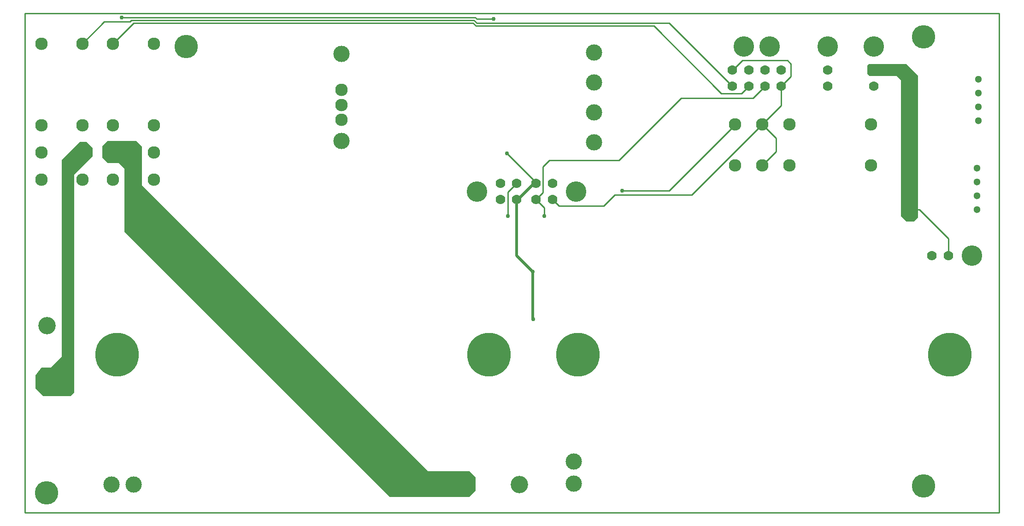
<source format=gbl>
G04*
G04 #@! TF.GenerationSoftware,Altium Limited,Altium Designer,18.1.11 (251)*
G04*
G04 Layer_Physical_Order=2*
G04 Layer_Color=16711680*
%FSLAX25Y25*%
%MOIN*%
G70*
G01*
G75*
%ADD10C,0.01000*%
%ADD15C,0.03000*%
%ADD49C,0.02000*%
%ADD52C,0.14800*%
%ADD53C,0.07000*%
%ADD54C,0.11811*%
%ADD55C,0.09055*%
%ADD56C,0.12598*%
%ADD57C,0.16929*%
%ADD58C,0.05118*%
%ADD59C,0.31496*%
G36*
X49000Y264000D02*
X49000Y258000D01*
X35500Y244500D01*
Y87000D01*
X33000Y84500D01*
X13000D01*
X7500Y90000D01*
Y99500D01*
X12000Y105000D01*
X18500D01*
X26500Y113000D01*
Y255500D01*
X33500Y262500D01*
X39500Y268500D01*
X44500D01*
X49000Y264000D01*
D02*
G37*
G36*
X84500Y265000D02*
Y237000D01*
X291500Y30000D01*
X321500D01*
X326000Y25500D01*
Y16000D01*
X321500Y11500D01*
X264000D01*
X72000Y203500D01*
X72000Y249000D01*
X68000Y253000D01*
X60000D01*
X56000Y257000D01*
Y265500D01*
X59500Y269000D01*
X80500D01*
X84500Y265000D01*
D02*
G37*
G36*
X645700Y316300D02*
X645700Y213500D01*
X642900Y210700D01*
X637400Y210700D01*
X633500Y214600D01*
X633500Y313000D01*
X630300Y316200D01*
X610900Y316200D01*
X609200Y317900D01*
Y323900D01*
X610400Y324900D01*
X637100D01*
X645700Y316300D01*
D02*
G37*
%LPC*%
G36*
X43555Y262844D02*
X43370D01*
X42785Y262728D01*
X42289Y262396D01*
X41957Y261900D01*
X41841Y261315D01*
X41957Y260730D01*
X42289Y260233D01*
X42785Y259902D01*
X43370Y259786D01*
X43555D01*
X44140Y259902D01*
X44637Y260233D01*
X44968Y260730D01*
X45085Y261315D01*
X44968Y261900D01*
X44637Y262396D01*
X44140Y262728D01*
X43555Y262844D01*
D02*
G37*
%LPD*%
D10*
X614000Y320000D02*
X614500Y320500D01*
X667700Y186100D02*
Y198300D01*
X646700Y219300D02*
X667700Y198300D01*
X639200Y219300D02*
X646700D01*
X369600Y238500D02*
Y239200D01*
X348600Y260200D02*
X369600Y239200D01*
X466000Y233000D02*
X514000Y281000D01*
X369600Y226700D02*
X375400Y220900D01*
Y214900D02*
Y220900D01*
X349100Y214800D02*
Y232100D01*
X355500Y238500D01*
X431900Y233000D02*
X466000D01*
X418500Y222000D02*
X426500Y230000D01*
X386100Y222000D02*
X418500D01*
X381400Y226700D02*
X386100Y222000D01*
X374600Y250300D02*
X379300Y255000D01*
X374600Y231700D02*
Y250300D01*
X369600Y226700D02*
X374600Y231700D01*
X355500Y226700D02*
X356400D01*
X76898Y356498D02*
X324689D01*
X75700Y355300D02*
X76898Y356498D01*
X324689D02*
X326887Y354300D01*
X70198Y358498D02*
X325517D01*
X70000Y358300D02*
X70198Y358498D01*
X325517D02*
X326715Y357300D01*
X533260Y251472D02*
X543100Y261313D01*
Y271160D01*
X533260Y281000D02*
X543100Y271160D01*
X551414Y327500D02*
X554000Y324914D01*
X519000Y327500D02*
X551414D01*
X512000Y320500D02*
X519000Y327500D01*
X554000Y315700D02*
Y324914D01*
X474500Y300000D02*
X526500D01*
X429500Y255000D02*
X474500Y300000D01*
X526500D02*
X534000Y307500D01*
X466000Y354300D02*
X511600Y308700D01*
X326887Y354300D02*
X466000D01*
X454700Y352300D02*
X503500Y303500D01*
X326058Y352300D02*
X454700D01*
X57245Y355300D02*
X75700D01*
X63500Y339555D02*
X78443Y354498D01*
X323860D01*
X326058Y352300D01*
X41500Y339555D02*
X57245Y355300D01*
X326715Y357300D02*
X338800D01*
X482260Y230000D02*
X533260Y281000D01*
X426500Y230000D02*
X482260D01*
X513575Y281000D02*
X514000D01*
X379300Y255000D02*
X429500D01*
X534000Y307500D02*
X535000D01*
X535200Y307700D01*
Y308700D01*
X533260Y281000D02*
X547000Y294740D01*
Y308700D01*
X554000Y315700D01*
X511600Y320500D02*
X512000D01*
X503500Y303500D02*
X518200D01*
X522700Y308000D01*
X523000D01*
X614000Y320000D02*
Y320500D01*
X412480Y336480D02*
X412500Y336500D01*
X411799Y336480D02*
X412480D01*
X523000Y308000D02*
X523400Y308400D01*
Y308700D01*
X43370Y261315D02*
X43555D01*
X0Y0D02*
Y361500D01*
Y0D02*
X704500D01*
Y361500D01*
X0D02*
X704500D01*
D15*
X348600Y260200D02*
D03*
X367500Y140100D02*
D03*
X367200Y174500D02*
D03*
X375400Y214900D02*
D03*
X349100Y214800D02*
D03*
X431900Y233000D02*
D03*
X338800Y357300D02*
D03*
X70000Y358300D02*
D03*
D49*
X367200Y140400D02*
Y156500D01*
Y140400D02*
X367500Y140100D01*
X355500Y186200D02*
X367200Y174500D01*
X355500Y186200D02*
Y226700D01*
X367200Y156900D02*
Y174500D01*
X368200Y238500D02*
X369600D01*
X356400Y226700D02*
X368200Y238500D01*
D52*
X684700Y186100D02*
D03*
X398400Y232600D02*
D03*
X326700D02*
D03*
X614000Y337500D02*
D03*
X580500D02*
D03*
X538500D02*
D03*
X520000D02*
D03*
D53*
X667700Y186100D02*
D03*
X655900D02*
D03*
X381400Y226700D02*
D03*
Y238500D02*
D03*
X369600D02*
D03*
Y226700D02*
D03*
X343700Y238500D02*
D03*
Y226700D02*
D03*
X355500D02*
D03*
Y238500D02*
D03*
X614000Y320500D02*
D03*
Y308700D02*
D03*
X580500Y320500D02*
D03*
Y308700D02*
D03*
X547000D02*
D03*
X535200D02*
D03*
Y320500D02*
D03*
X547000D02*
D03*
X523400D02*
D03*
X511600D02*
D03*
Y308700D02*
D03*
X523400D02*
D03*
D54*
X411598Y268116D02*
D03*
Y289769D02*
D03*
Y333076D02*
D03*
Y311423D02*
D03*
X229000Y332092D02*
D03*
Y269100D02*
D03*
X397000Y37000D02*
D03*
Y21000D02*
D03*
X62500Y20500D02*
D03*
X78500D02*
D03*
D55*
X229000Y284336D02*
D03*
Y306029D02*
D03*
Y295163D02*
D03*
X63500Y339555D02*
D03*
X93028D02*
D03*
Y280500D02*
D03*
X63500D02*
D03*
X93028Y260815D02*
D03*
X63500D02*
D03*
X93028Y241130D02*
D03*
X63500D02*
D03*
X11972Y339555D02*
D03*
X41500D02*
D03*
Y280500D02*
D03*
X11972D02*
D03*
X41500Y260815D02*
D03*
X11972D02*
D03*
X41500Y241130D02*
D03*
X11972D02*
D03*
X612000Y281000D02*
D03*
Y251472D02*
D03*
X552945D02*
D03*
Y281000D02*
D03*
X533260Y251472D02*
D03*
Y281000D02*
D03*
X513575Y251472D02*
D03*
Y281000D02*
D03*
D56*
X16000Y95342D02*
D03*
Y135500D02*
D03*
X317500Y20500D02*
D03*
X357658D02*
D03*
D57*
X650000Y19500D02*
D03*
X15500Y14500D02*
D03*
X650000Y344500D02*
D03*
X116400Y337600D02*
D03*
D58*
X639200Y219300D02*
D03*
Y229300D02*
D03*
Y239300D02*
D03*
X688610Y219300D02*
D03*
Y229300D02*
D03*
Y239300D02*
D03*
X639200Y249300D02*
D03*
X688610D02*
D03*
X640191Y283700D02*
D03*
Y293700D02*
D03*
Y303700D02*
D03*
X689600Y283700D02*
D03*
Y293700D02*
D03*
Y303700D02*
D03*
X640191Y313700D02*
D03*
X689600D02*
D03*
D59*
X668898Y114500D02*
D03*
X400000D02*
D03*
X335500D02*
D03*
X66602D02*
D03*
M02*

</source>
